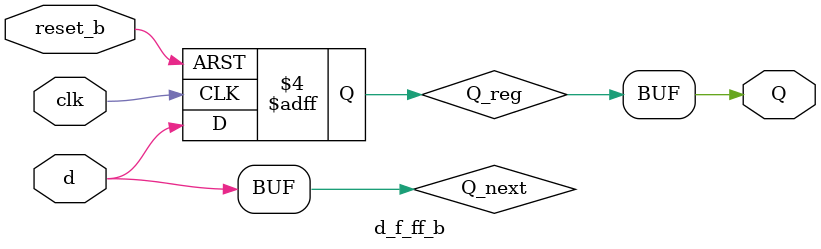
<source format=v>
module d_f_ff_b #(parameter FF_TYPE="DFF") (
  input clk,reset_b,
  input  d,
  output  Q  
  );
  reg  Q_next ,Q_reg;
  always @ (posedge clk , negedge reset_b)
begin
  if (!reset_b)
    Q_reg <= -1;
    else
    Q_reg <= Q_next ;
  end
always @ (*)
begin
  if (FF_TYPE=="DFF")
Q_next=d;
else if (FF_TYPE=="TFF")
  Q_next=d^Q_reg;
else
  Q_next=Q_next;
end
assign Q = Q_reg;

endmodule


</source>
